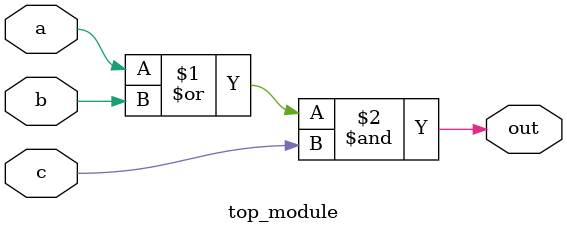
<source format=sv>
module top_module(
	input a, 
	input b,
	input c,
	output out
);

	// Instantiate the OR gates
	assign out = (a | b) & c;

endmodule

</source>
